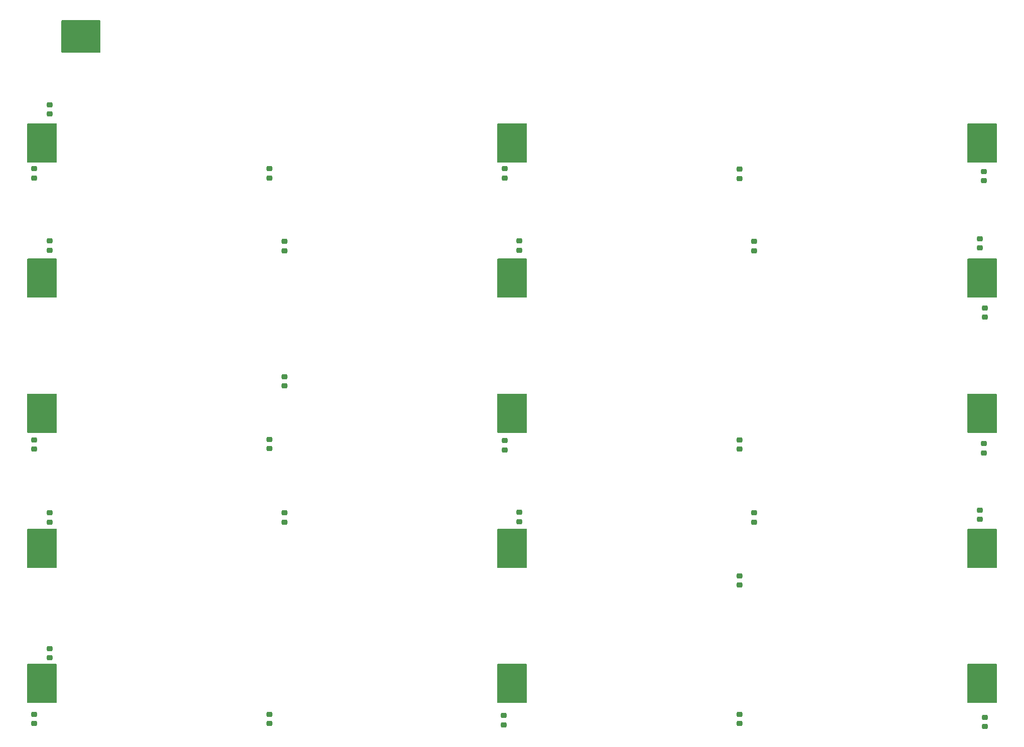
<source format=gbr>
%TF.GenerationSoftware,KiCad,Pcbnew,7.0.6*%
%TF.CreationDate,2024-01-17T22:25:57+01:00*%
%TF.ProjectId,FT24-AMS-Slave_v1-VTSENS,46543234-2d41-44d5-932d-536c6176655f,rev?*%
%TF.SameCoordinates,Original*%
%TF.FileFunction,Soldermask,Top*%
%TF.FilePolarity,Negative*%
%FSLAX46Y46*%
G04 Gerber Fmt 4.6, Leading zero omitted, Abs format (unit mm)*
G04 Created by KiCad (PCBNEW 7.0.6) date 2024-01-17 22:25:57*
%MOMM*%
%LPD*%
G01*
G04 APERTURE LIST*
G04 Aperture macros list*
%AMRoundRect*
0 Rectangle with rounded corners*
0 $1 Rounding radius*
0 $2 $3 $4 $5 $6 $7 $8 $9 X,Y pos of 4 corners*
0 Add a 4 corners polygon primitive as box body*
4,1,4,$2,$3,$4,$5,$6,$7,$8,$9,$2,$3,0*
0 Add four circle primitives for the rounded corners*
1,1,$1+$1,$2,$3*
1,1,$1+$1,$4,$5*
1,1,$1+$1,$6,$7*
1,1,$1+$1,$8,$9*
0 Add four rect primitives between the rounded corners*
20,1,$1+$1,$2,$3,$4,$5,0*
20,1,$1+$1,$4,$5,$6,$7,0*
20,1,$1+$1,$6,$7,$8,$9,0*
20,1,$1+$1,$8,$9,$2,$3,0*%
G04 Aperture macros list end*
%ADD10RoundRect,0.225000X0.250000X-0.225000X0.250000X0.225000X-0.250000X0.225000X-0.250000X-0.225000X0*%
%ADD11RoundRect,0.225000X-0.250000X0.225000X-0.250000X-0.225000X0.250000X-0.225000X0.250000X0.225000X0*%
%ADD12RoundRect,0.381000X-0.762000X-0.381000X0.762000X-0.381000X0.762000X0.381000X-0.762000X0.381000X0*%
G04 APERTURE END LIST*
D10*
%TO.C,C25*%
X69000000Y-132575000D03*
X69000000Y-131025000D03*
%TD*%
D11*
%TO.C,C12*%
X185400000Y-50125000D03*
X185400000Y-51675000D03*
%TD*%
D10*
%TO.C,C9*%
X187900000Y-109675000D03*
X187900000Y-108125000D03*
%TD*%
D11*
%TO.C,C10*%
X185400000Y-95825000D03*
X185400000Y-97375000D03*
%TD*%
D12*
%TO.C,J16*%
X67750000Y-45750000D03*
%TD*%
D10*
%TO.C,C22*%
X108600000Y-63875000D03*
X108600000Y-62325000D03*
%TD*%
D12*
%TO.C,J5*%
X226400000Y-45600000D03*
%TD*%
D11*
%TO.C,C1*%
X226800000Y-142625000D03*
X226800000Y-144175000D03*
%TD*%
%TO.C,C6*%
X226700000Y-50525000D03*
X226700000Y-52075000D03*
%TD*%
%TO.C,C3*%
X226700000Y-96425000D03*
X226700000Y-97975000D03*
%TD*%
D10*
%TO.C,C21*%
X108600000Y-86675000D03*
X108600000Y-85125000D03*
%TD*%
D12*
%TO.C,J12*%
X67900000Y-136900000D03*
%TD*%
%TO.C,J11*%
X147100000Y-136900000D03*
%TD*%
D11*
%TO.C,C29*%
X66400000Y-50025000D03*
X66400000Y-51575000D03*
%TD*%
%TO.C,C8*%
X185400000Y-118725000D03*
X185400000Y-120275000D03*
%TD*%
%TO.C,C23*%
X106100000Y-50025000D03*
X106100000Y-51575000D03*
%TD*%
D12*
%TO.C,J7*%
X147000000Y-68600000D03*
%TD*%
D11*
%TO.C,C20*%
X106100000Y-95725000D03*
X106100000Y-97275000D03*
%TD*%
D12*
%TO.C,J13*%
X67700000Y-114200000D03*
%TD*%
%TO.C,J9*%
X147100000Y-114100000D03*
%TD*%
D11*
%TO.C,C13*%
X145600000Y-142325000D03*
X145600000Y-143875000D03*
%TD*%
%TO.C,C18*%
X106100000Y-142125000D03*
X106100000Y-143675000D03*
%TD*%
%TO.C,C17*%
X145800000Y-50025000D03*
X145800000Y-51575000D03*
%TD*%
D12*
%TO.C,J14*%
X67700000Y-91400000D03*
%TD*%
%TO.C,J3*%
X226400000Y-91300000D03*
%TD*%
%TO.C,J17*%
X74400000Y-27900000D03*
%TD*%
%TO.C,J15*%
X67700000Y-68400000D03*
%TD*%
%TO.C,J1*%
X226500000Y-137000000D03*
%TD*%
D10*
%TO.C,C5*%
X226000000Y-63375000D03*
X226000000Y-61825000D03*
%TD*%
D11*
%TO.C,C4*%
X226800000Y-73525000D03*
X226800000Y-75075000D03*
%TD*%
%TO.C,C27*%
X66400000Y-95825000D03*
X66400000Y-97375000D03*
%TD*%
D10*
%TO.C,C2*%
X226000000Y-109175000D03*
X226000000Y-107625000D03*
%TD*%
%TO.C,C11*%
X187900000Y-63875000D03*
X187900000Y-62325000D03*
%TD*%
D11*
%TO.C,C7*%
X185400000Y-142125000D03*
X185400000Y-143675000D03*
%TD*%
%TO.C,C24*%
X66400000Y-142125000D03*
X66400000Y-143675000D03*
%TD*%
D12*
%TO.C,J2*%
X226500000Y-114100000D03*
%TD*%
D11*
%TO.C,C15*%
X145800000Y-95925000D03*
X145800000Y-97475000D03*
%TD*%
D10*
%TO.C,C26*%
X69000000Y-109675000D03*
X69000000Y-108125000D03*
%TD*%
D12*
%TO.C,J4*%
X226400000Y-68500000D03*
%TD*%
%TO.C,J8*%
X147100000Y-91400000D03*
%TD*%
D10*
%TO.C,C16*%
X148300000Y-63775000D03*
X148300000Y-62225000D03*
%TD*%
%TO.C,C14*%
X148300000Y-109575000D03*
X148300000Y-108025000D03*
%TD*%
D12*
%TO.C,J6*%
X147100000Y-45700000D03*
%TD*%
D10*
%TO.C,C19*%
X108600000Y-109675000D03*
X108600000Y-108125000D03*
%TD*%
D11*
%TO.C,C30*%
X69000000Y-39225000D03*
X69000000Y-40775000D03*
%TD*%
D10*
%TO.C,C28*%
X69000000Y-63775000D03*
X69000000Y-62225000D03*
%TD*%
G36*
X70162709Y-42419685D02*
G01*
X70208464Y-42472489D01*
X70219670Y-42524000D01*
X70219670Y-48876000D01*
X70199985Y-48943039D01*
X70147181Y-48988794D01*
X70095670Y-49000000D01*
X65343670Y-49000000D01*
X65276631Y-48980315D01*
X65230876Y-48927511D01*
X65219670Y-48876000D01*
X65219670Y-42524000D01*
X65239355Y-42456961D01*
X65292159Y-42411206D01*
X65343670Y-42400000D01*
X70095670Y-42400000D01*
X70162709Y-42419685D01*
G37*
G36*
X70162709Y-110819685D02*
G01*
X70208464Y-110872489D01*
X70219670Y-110924000D01*
X70219670Y-117276000D01*
X70199985Y-117343039D01*
X70147181Y-117388794D01*
X70095670Y-117400000D01*
X65343670Y-117400000D01*
X65276631Y-117380315D01*
X65230876Y-117327511D01*
X65219670Y-117276000D01*
X65219670Y-110924000D01*
X65239355Y-110856961D01*
X65292159Y-110811206D01*
X65343670Y-110800000D01*
X70095670Y-110800000D01*
X70162709Y-110819685D01*
G37*
G36*
X77543039Y-24989355D02*
G01*
X77588794Y-25042159D01*
X77600000Y-25093670D01*
X77600000Y-30345670D01*
X77580315Y-30412709D01*
X77527511Y-30458464D01*
X77476000Y-30469670D01*
X71124000Y-30469670D01*
X71056961Y-30449985D01*
X71011206Y-30397181D01*
X71000000Y-30345670D01*
X71000000Y-25093670D01*
X71019685Y-25026631D01*
X71072489Y-24980876D01*
X71124000Y-24969670D01*
X77476000Y-24969670D01*
X77543039Y-24989355D01*
G37*
G36*
X228818563Y-42419685D02*
G01*
X228864318Y-42472489D01*
X228875524Y-42524000D01*
X228875524Y-48876000D01*
X228855839Y-48943039D01*
X228803035Y-48988794D01*
X228751524Y-49000000D01*
X223999524Y-49000000D01*
X223932485Y-48980315D01*
X223886730Y-48927511D01*
X223875524Y-48876000D01*
X223875524Y-42524000D01*
X223895209Y-42456961D01*
X223948013Y-42411206D01*
X223999524Y-42400000D01*
X228751524Y-42400000D01*
X228818563Y-42419685D01*
G37*
G36*
X228818563Y-133619685D02*
G01*
X228864318Y-133672489D01*
X228875524Y-133724000D01*
X228875524Y-140076000D01*
X228855839Y-140143039D01*
X228803035Y-140188794D01*
X228751524Y-140200000D01*
X223999524Y-140200000D01*
X223932485Y-140180315D01*
X223886730Y-140127511D01*
X223875524Y-140076000D01*
X223875524Y-133724000D01*
X223895209Y-133656961D01*
X223948013Y-133611206D01*
X223999524Y-133600000D01*
X228751524Y-133600000D01*
X228818563Y-133619685D01*
G37*
G36*
X228818563Y-88019685D02*
G01*
X228864318Y-88072489D01*
X228875524Y-88124000D01*
X228875524Y-94476000D01*
X228855839Y-94543039D01*
X228803035Y-94588794D01*
X228751524Y-94600000D01*
X223999524Y-94600000D01*
X223932485Y-94580315D01*
X223886730Y-94527511D01*
X223875524Y-94476000D01*
X223875524Y-88124000D01*
X223895209Y-88056961D01*
X223948013Y-88011206D01*
X223999524Y-88000000D01*
X228751524Y-88000000D01*
X228818563Y-88019685D01*
G37*
G36*
X149490636Y-133619685D02*
G01*
X149536391Y-133672489D01*
X149547597Y-133724000D01*
X149547597Y-140076000D01*
X149527912Y-140143039D01*
X149475108Y-140188794D01*
X149423597Y-140200000D01*
X144671597Y-140200000D01*
X144604558Y-140180315D01*
X144558803Y-140127511D01*
X144547597Y-140076000D01*
X144547597Y-133724000D01*
X144567282Y-133656961D01*
X144620086Y-133611206D01*
X144671597Y-133600000D01*
X149423597Y-133600000D01*
X149490636Y-133619685D01*
G37*
G36*
X70162709Y-65219685D02*
G01*
X70208464Y-65272489D01*
X70219670Y-65324000D01*
X70219670Y-71676000D01*
X70199985Y-71743039D01*
X70147181Y-71788794D01*
X70095670Y-71800000D01*
X65343670Y-71800000D01*
X65276631Y-71780315D01*
X65230876Y-71727511D01*
X65219670Y-71676000D01*
X65219670Y-65324000D01*
X65239355Y-65256961D01*
X65292159Y-65211206D01*
X65343670Y-65200000D01*
X70095670Y-65200000D01*
X70162709Y-65219685D01*
G37*
G36*
X149490636Y-42419685D02*
G01*
X149536391Y-42472489D01*
X149547597Y-42524000D01*
X149547597Y-48876000D01*
X149527912Y-48943039D01*
X149475108Y-48988794D01*
X149423597Y-49000000D01*
X144671597Y-49000000D01*
X144604558Y-48980315D01*
X144558803Y-48927511D01*
X144547597Y-48876000D01*
X144547597Y-42524000D01*
X144567282Y-42456961D01*
X144620086Y-42411206D01*
X144671597Y-42400000D01*
X149423597Y-42400000D01*
X149490636Y-42419685D01*
G37*
G36*
X228818563Y-65219685D02*
G01*
X228864318Y-65272489D01*
X228875524Y-65324000D01*
X228875524Y-71676000D01*
X228855839Y-71743039D01*
X228803035Y-71788794D01*
X228751524Y-71800000D01*
X223999524Y-71800000D01*
X223932485Y-71780315D01*
X223886730Y-71727511D01*
X223875524Y-71676000D01*
X223875524Y-65324000D01*
X223895209Y-65256961D01*
X223948013Y-65211206D01*
X223999524Y-65200000D01*
X228751524Y-65200000D01*
X228818563Y-65219685D01*
G37*
G36*
X149490636Y-110819685D02*
G01*
X149536391Y-110872489D01*
X149547597Y-110924000D01*
X149547597Y-117276000D01*
X149527912Y-117343039D01*
X149475108Y-117388794D01*
X149423597Y-117400000D01*
X144671597Y-117400000D01*
X144604558Y-117380315D01*
X144558803Y-117327511D01*
X144547597Y-117276000D01*
X144547597Y-110924000D01*
X144567282Y-110856961D01*
X144620086Y-110811206D01*
X144671597Y-110800000D01*
X149423597Y-110800000D01*
X149490636Y-110819685D01*
G37*
G36*
X149490636Y-88019685D02*
G01*
X149536391Y-88072489D01*
X149547597Y-88124000D01*
X149547597Y-94476000D01*
X149527912Y-94543039D01*
X149475108Y-94588794D01*
X149423597Y-94600000D01*
X144671597Y-94600000D01*
X144604558Y-94580315D01*
X144558803Y-94527511D01*
X144547597Y-94476000D01*
X144547597Y-88124000D01*
X144567282Y-88056961D01*
X144620086Y-88011206D01*
X144671597Y-88000000D01*
X149423597Y-88000000D01*
X149490636Y-88019685D01*
G37*
G36*
X228818563Y-110819685D02*
G01*
X228864318Y-110872489D01*
X228875524Y-110924000D01*
X228875524Y-117276000D01*
X228855839Y-117343039D01*
X228803035Y-117388794D01*
X228751524Y-117400000D01*
X223999524Y-117400000D01*
X223932485Y-117380315D01*
X223886730Y-117327511D01*
X223875524Y-117276000D01*
X223875524Y-110924000D01*
X223895209Y-110856961D01*
X223948013Y-110811206D01*
X223999524Y-110800000D01*
X228751524Y-110800000D01*
X228818563Y-110819685D01*
G37*
G36*
X70162709Y-88019685D02*
G01*
X70208464Y-88072489D01*
X70219670Y-88124000D01*
X70219670Y-94476000D01*
X70199985Y-94543039D01*
X70147181Y-94588794D01*
X70095670Y-94600000D01*
X65343670Y-94600000D01*
X65276631Y-94580315D01*
X65230876Y-94527511D01*
X65219670Y-94476000D01*
X65219670Y-88124000D01*
X65239355Y-88056961D01*
X65292159Y-88011206D01*
X65343670Y-88000000D01*
X70095670Y-88000000D01*
X70162709Y-88019685D01*
G37*
G36*
X149490636Y-65219685D02*
G01*
X149536391Y-65272489D01*
X149547597Y-65324000D01*
X149547597Y-71676000D01*
X149527912Y-71743039D01*
X149475108Y-71788794D01*
X149423597Y-71800000D01*
X144671597Y-71800000D01*
X144604558Y-71780315D01*
X144558803Y-71727511D01*
X144547597Y-71676000D01*
X144547597Y-65324000D01*
X144567282Y-65256961D01*
X144620086Y-65211206D01*
X144671597Y-65200000D01*
X149423597Y-65200000D01*
X149490636Y-65219685D01*
G37*
G36*
X70162709Y-133619685D02*
G01*
X70208464Y-133672489D01*
X70219670Y-133724000D01*
X70219670Y-140076000D01*
X70199985Y-140143039D01*
X70147181Y-140188794D01*
X70095670Y-140200000D01*
X65343670Y-140200000D01*
X65276631Y-140180315D01*
X65230876Y-140127511D01*
X65219670Y-140076000D01*
X65219670Y-133724000D01*
X65239355Y-133656961D01*
X65292159Y-133611206D01*
X65343670Y-133600000D01*
X70095670Y-133600000D01*
X70162709Y-133619685D01*
G37*
M02*

</source>
